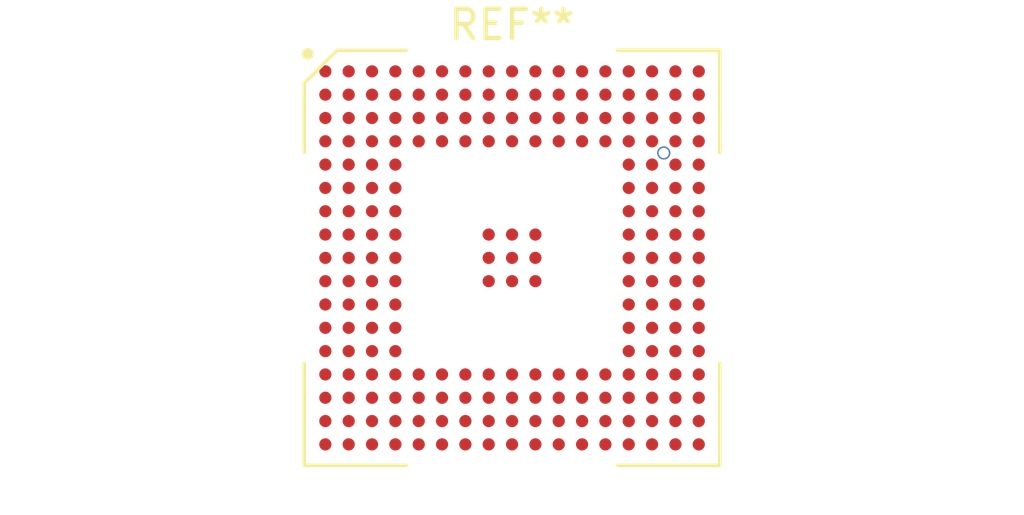
<source format=kicad_pcb>
(kicad_pcb (version 20221018) (generator pcbnew)
  (layers (0 "F.Cu" signal) (1 "In1.Cu" power) (2 "In2.Cu" power) (31 "B.Cu" signal) (34 "B.Paste" user) (35 "F.Paste" user) (36 "B.SilkS" user "B.Silkscreen") (37 "F.SilkS" user "F.Silkscreen") (38 "B.Mask" user) (39 "F.Mask" user) (44 "Edge.Cuts" user))
  (net 0 "")
  (footprint "Z_mycustom_footprint_lib:BGA-217_17x17_14.0x14.0mm (0.8mm pitch)" (layer "F.Cu") (at 114.7 88.375)
    (fp_text reference "REF**" (at 0 -8) (layer "F.SilkS"))
    (fp_text value "BGA-217_17x17_14.0x14.0mm (0.8mm pitch)")
    (fp_line (start -7.12 -6) (end -7.12 -3.62) (stroke (width 0.12)) (layer "F.SilkS"))
    (fp_line (start -7.12 7.12) (end -7.12 3.62) (stroke (width 0.12)) (layer "F.SilkS"))
    (fp_line (start -6 -7.12) (end -7.12 -6) (stroke (width 0.12)) (layer "F.SilkS"))
    (fp_line (start -3.62 -7.12) (end -6 -7.12) (stroke (width 0.12)) (layer "F.SilkS"))
    (fp_line (start -3.62 7.12) (end -7.12 7.12) (stroke (width 0.12)) (layer "F.SilkS"))
    (fp_line (start 3.62 -7.12) (end 7.12 -7.12) (stroke (width 0.12)) (layer "F.SilkS"))
    (fp_line (start 3.62 -7.12) (end 7.12 -7.12) (stroke (width 0.12)) (layer "F.SilkS"))
    (fp_line (start 3.62 -7.12) (end 7.12 -7.12) (stroke (width 0.12)) (layer "F.SilkS"))
    (fp_line (start 3.62 7.12) (end 7.12 7.12) (stroke (width 0.12)) (layer "F.SilkS"))
    (fp_line (start 7.12 -7.12) (end 7.12 -3.62) (stroke (width 0.12)) (layer "F.SilkS"))
    (fp_line (start 7.12 -7.12) (end 7.12 -3.62) (stroke (width 0.12)) (layer "F.SilkS"))
    (fp_line (start 7.12 -7.12) (end 7.12 -3.62) (stroke (width 0.12)) (layer "F.SilkS"))
    (fp_line (start 7.12 7.12) (end 7.12 3.62) (stroke (width 0.12)) (layer "F.SilkS"))
    (fp_circle (center -7 -7) (end -7 -6.9) (stroke (width 0.2)) (fill none) (layer "F.SilkS"))
    (pad "A1" smd circle (at -6.4 -6.4) (size 0.42 0.42) (layers "F.Cu" "F.Paste" "F.Mask"))
    (pad "A2" smd circle (at -5.6 -6.4) (size 0.42 0.42) (layers "F.Cu" "F.Paste" "F.Mask"))
    (pad "A3" smd circle (at -4.8 -6.4) (size 0.42 0.42) (layers "F.Cu" "F.Paste" "F.Mask"))
    (pad "A4" smd circle (at -4 -6.4) (size 0.42 0.42) (layers "F.Cu" "F.Paste" "F.Mask"))
    (pad "A5" smd circle (at -3.2 -6.4) (size 0.42 0.42) (layers "F.Cu" "F.Paste" "F.Mask"))
    (pad "A6" smd circle (at -2.4 -6.4) (size 0.42 0.42) (layers "F.Cu" "F.Paste" "F.Mask"))
    (pad "A7" smd circle (at -1.6 -6.4) (size 0.42 0.42) (layers "F.Cu" "F.Paste" "F.Mask"))
    (pad "A8" smd circle (at -0.8 -6.4) (size 0.42 0.42) (layers "F.Cu" "F.Paste" "F.Mask"))
    (pad "A9" smd circle (at 0 -6.4) (size 0.42 0.42) (layers "F.Cu" "F.Paste" "F.Mask"))
    (pad "A10" smd circle (at 0.8 -6.4) (size 0.42 0.42) (layers "F.Cu" "F.Paste" "F.Mask"))
    (pad "A11" smd circle (at 1.6 -6.4) (size 0.42 0.42) (layers "F.Cu" "F.Paste" "F.Mask"))
    (pad "A12" smd circle (at 2.4 -6.4) (size 0.42 0.42) (layers "F.Cu" "F.Paste" "F.Mask"))
    (pad "A13" smd circle (at 3.2 -6.4) (size 0.42 0.42) (layers "F.Cu" "F.Paste" "F.Mask"))
    (pad "A14" smd circle (at 4 -6.4) (size 0.42 0.42) (layers "F.Cu" "F.Paste" "F.Mask"))
    (pad "A15" smd circle (at 4.8 -6.4) (size 0.42 0.42) (layers "F.Cu" "F.Paste" "F.Mask"))
    (pad "A16" smd circle (at 5.6 -6.4) (size 0.42 0.42) (layers "F.Cu" "F.Paste" "F.Mask"))
    (pad "A17" smd circle (at 6.4 -6.4) (size 0.42 0.42) (layers "F.Cu" "F.Paste" "F.Mask"))
    (pad "B1" smd circle (at -6.4 -5.6) (size 0.42 0.42) (layers "F.Cu" "F.Paste" "F.Mask"))
    (pad "B2" smd circle (at -5.6 -5.6) (size 0.42 0.42) (layers "F.Cu" "F.Paste" "F.Mask"))
    (pad "B3" smd circle (at -4.8 -5.6) (size 0.42 0.42) (layers "F.Cu" "F.Paste" "F.Mask"))
    (pad "B4" smd circle (at -4 -5.6) (size 0.42 0.42) (layers "F.Cu" "F.Paste" "F.Mask"))
    (pad "B5" smd circle (at -3.2 -5.6) (size 0.42 0.42) (layers "F.Cu" "F.Paste" "F.Mask"))
    (pad "B6" smd circle (at -2.4 -5.6) (size 0.42 0.42) (layers "F.Cu" "F.Paste" "F.Mask"))
    (pad "B7" smd circle (at -1.6 -5.6) (size 0.42 0.42) (layers "F.Cu" "F.Paste" "F.Mask"))
    (pad "B8" smd circle (at -0.8 -5.6) (size 0.42 0.42) (layers "F.Cu" "F.Paste" "F.Mask"))
    (pad "B9" smd circle (at 0 -5.6) (size 0.42 0.42) (layers "F.Cu" "F.Paste" "F.Mask"))
    (pad "B10" smd circle (at 0.8 -5.6) (size 0.42 0.42) (layers "F.Cu" "F.Paste" "F.Mask"))
    (pad "B11" smd circle (at 1.6 -5.6) (size 0.42 0.42) (layers "F.Cu" "F.Paste" "F.Mask"))
    (pad "B12" smd circle (at 2.4 -5.6) (size 0.42 0.42) (layers "F.Cu" "F.Paste" "F.Mask"))
    (pad "B13" smd circle (at 3.2 -5.6) (size 0.42 0.42) (layers "F.Cu" "F.Paste" "F.Mask"))
    (pad "B14" smd circle (at 4 -5.6) (size 0.42 0.42) (layers "F.Cu" "F.Paste" "F.Mask"))
    (pad "B15" smd circle (at 4.8 -5.6) (size 0.42 0.42) (layers "F.Cu" "F.Paste" "F.Mask"))
    (pad "B16" smd circle (at 5.6 -5.6) (size 0.42 0.42) (layers "F.Cu" "F.Paste" "F.Mask"))
    (pad "B17" smd circle (at 6.4 -5.6) (size 0.42 0.42) (layers "F.Cu" "F.Paste" "F.Mask"))
    (pad "C1" smd circle (at -6.4 -4.8) (size 0.42 0.42) (layers "F.Cu" "F.Paste" "F.Mask"))
    (pad "C2" smd circle (at -5.6 -4.8) (size 0.42 0.42) (layers "F.Cu" "F.Paste" "F.Mask"))
    (pad "C3" smd circle (at -4.8 -4.8) (size 0.42 0.42) (layers "F.Cu" "F.Paste" "F.Mask"))
    (pad "C4" smd circle (at -4 -4.8) (size 0.42 0.42) (layers "F.Cu" "F.Paste" "F.Mask"))
    (pad "C5" smd circle (at -3.2 -4.8) (size 0.42 0.42) (layers "F.Cu" "F.Paste" "F.Mask"))
    (pad "C6" smd circle (at -2.4 -4.8) (size 0.42 0.42) (layers "F.Cu" "F.Paste" "F.Mask"))
    (pad "C7" smd circle (at -1.6 -4.8) (size 0.42 0.42) (layers "F.Cu" "F.Paste" "F.Mask"))
    (pad "C8" smd circle (at -0.8 -4.8) (size 0.42 0.42) (layers "F.Cu" "F.Paste" "F.Mask"))
    (pad "C9" smd circle (at 0 -4.8) (size 0.42 0.42) (layers "F.Cu" "F.Paste" "F.Mask"))
    (pad "C10" smd circle (at 0.8 -4.8) (size 0.42 0.42) (layers "F.Cu" "F.Paste" "F.Mask"))
    (pad "C11" smd circle (at 1.6 -4.8) (size 0.42 0.42) (layers "F.Cu" "F.Paste" "F.Mask"))
    (pad "C12" smd circle (at 2.4 -4.8) (size 0.42 0.42) (layers "F.Cu" "F.Paste" "F.Mask"))
    (pad "C13" smd circle (at 3.2 -4.8) (size 0.42 0.42) (layers "F.Cu" "F.Paste" "F.Mask"))
    (pad "C14" smd circle (at 4 -4.8) (size 0.42 0.42) (layers "F.Cu" "F.Paste" "F.Mask"))
    (pad "C15" smd circle (at 4.8 -4.8) (size 0.42 0.42) (layers "F.Cu" "F.Paste" "F.Mask"))
    (pad "C16" smd circle (at 5.6 -4.8) (size 0.42 0.42) (layers "F.Cu" "F.Paste" "F.Mask"))
    (pad "C17" smd circle (at 6.4 -4.8) (size 0.42 0.42) (layers "F.Cu" "F.Paste" "F.Mask"))
    (pad "D1" smd circle (at -6.4 -4) (size 0.42 0.42) (layers "F.Cu" "F.Paste" "F.Mask"))
    (pad "D2" smd circle (at -5.6 -4) (size 0.42 0.42) (layers "F.Cu" "F.Paste" "F.Mask"))
    (pad "D3" smd circle (at -4.8 -4) (size 0.42 0.42) (layers "F.Cu" "F.Paste" "F.Mask"))
    (pad "D4" smd circle (at -4 -4) (size 0.42 0.42) (layers "F.Cu" "F.Paste" "F.Mask"))
    (pad "D5" smd circle (at -3.2 -4) (size 0.42 0.42) (layers "F.Cu" "F.Paste" "F.Mask"))
    (pad "D6" smd circle (at -2.4 -4) (size 0.42 0.42) (layers "F.Cu" "F.Paste" "F.Mask"))
    (pad "D7" smd circle (at -1.6 -4) (size 0.42 0.42) (layers "F.Cu" "F.Paste" "F.Mask"))
    (pad "D8" smd circle (at -0.8 -4) (size 0.42 0.42) (layers "F.Cu" "F.Paste" "F.Mask"))
    (pad "D9" smd circle (at 0 -4) (size 0.42 0.42) (layers "F.Cu" "F.Paste" "F.Mask"))
    (pad "D10" smd circle (at 0.8 -4) (size 0.42 0.42) (layers "F.Cu" "F.Paste" "F.Mask"))
    (pad "D11" smd circle (at 1.6 -4) (size 0.42 0.42) (layers "F.Cu" "F.Paste" "F.Mask"))
    (pad "D12" smd circle (at 2.4 -4) (size 0.42 0.42) (layers "F.Cu" "F.Paste" "F.Mask"))
    (pad "D13" smd circle (at 3.2 -4) (size 0.42 0.42) (layers "F.Cu" "F.Paste" "F.Mask"))
    (pad "D14" smd circle (at 4 -4) (size 0.42 0.42) (layers "F.Cu" "F.Paste" "F.Mask"))
    (pad "D15" smd circle (at 4.8 -4) (size 0.42 0.42) (layers "F.Cu" "F.Paste" "F.Mask"))
    (pad "D16" smd circle (at 5.6 -4) (size 0.42 0.42) (layers "F.Cu" "F.Paste" "F.Mask"))
    (pad "D17" smd circle (at 6.4 -4) (size 0.42 0.42) (layers "F.Cu" "F.Paste" "F.Mask"))
    (pad "E1" smd circle (at -6.4 -3.2) (size 0.42 0.42) (layers "F.Cu" "F.Paste" "F.Mask"))
    (pad "E2" smd circle (at -5.6 -3.2) (size 0.42 0.42) (layers "F.Cu" "F.Paste" "F.Mask"))
    (pad "E3" smd circle (at -4.8 -3.2) (size 0.42 0.42) (layers "F.Cu" "F.Paste" "F.Mask"))
    (pad "E4" smd circle (at -4 -3.2) (size 0.42 0.42) (layers "F.Cu" "F.Paste" "F.Mask"))
    (pad "E14" smd circle (at 4 -3.2) (size 0.42 0.42) (layers "F.Cu" "F.Paste" "F.Mask"))
    (pad "E15" smd circle (at 4.8 -3.2) (size 0.42 0.42) (layers "F.Cu" "F.Paste" "F.Mask"))
    (pad "E16" smd circle (at 5.6 -3.2) (size 0.42 0.42) (layers "F.Cu" "F.Paste" "F.Mask"))
    (pad "E17" smd circle (at 6.4 -3.2) (size 0.42 0.42) (layers "F.Cu" "F.Paste" "F.Mask"))
    (pad "F1" smd circle (at -6.4 -2.4) (size 0.42 0.42) (layers "F.Cu" "F.Paste" "F.Mask"))
    (pad "F2" smd circle (at -5.6 -2.4) (size 0.42 0.42) (layers "F.Cu" "F.Paste" "F.Mask"))
    (pad "F3" smd circle (at -4.8 -2.4) (size 0.42 0.42) (layers "F.Cu" "F.Paste" "F.Mask"))
    (pad "F4" smd circle (at -4 -2.4) (size 0.42 0.42) (layers "F.Cu" "F.Paste" "F.Mask"))
    (pad "F14" smd circle (at 4 -2.4) (size 0.42 0.42) (layers "F.Cu" "F.Paste" "F.Mask"))
    (pad "F15" smd circle (at 4.8 -2.4) (size 0.42 0.42) (layers "F.Cu" "F.Paste" "F.Mask"))
    (pad "F16" smd circle (at 5.6 -2.4) (size 0.42 0.42) (layers "F.Cu" "F.Paste" "F.Mask"))
    (pad "F17" smd circle (at 6.4 -2.4) (size 0.42 0.42) (layers "F.Cu" "F.Paste" "F.Mask"))
    (pad "G1" smd circle (at -6.4 -1.6) (size 0.42 0.42) (layers "F.Cu" "F.Paste" "F.Mask"))
    (pad "G2" smd circle (at -5.6 -1.6) (size 0.42 0.42) (layers "F.Cu" "F.Paste" "F.Mask"))
    (pad "G3" smd circle (at -4.8 -1.6) (size 0.42 0.42) (layers "F.Cu" "F.Paste" "F.Mask"))
    (pad "G4" smd circle (at -4 -1.6) (size 0.42 0.42) (layers "F.Cu" "F.Paste" "F.Mask"))
    (pad "G14" smd circle (at 4 -1.6) (size 0.42 0.42) (layers "F.Cu" "F.Paste" "F.Mask"))
    (pad "G15" smd circle (at 4.8 -1.6) (size 0.42 0.42) (layers "F.Cu" "F.Paste" "F.Mask"))
    (pad "G16" smd circle (at 5.6 -1.6) (size 0.42 0.42) (layers "F.Cu" "F.Paste" "F.Mask"))
    (pad "G17" smd circle (at 6.4 -1.6) (size 0.42 0.42) (layers "F.Cu" "F.Paste" "F.Mask"))
    (pad "H1" smd circle (at -6.4 -0.8) (size 0.42 0.42) (layers "F.Cu" "F.Paste" "F.Mask"))
    (pad "H2" smd circle (at -5.6 -0.8) (size 0.42 0.42) (layers "F.Cu" "F.Paste" "F.Mask"))
    (pad "H3" smd circle (at -4.8 -0.8) (size 0.42 0.42) (layers "F.Cu" "F.Paste" "F.Mask"))
    (pad "H4" smd circle (at -4 -0.8) (size 0.42 0.42) (layers "F.Cu" "F.Paste" "F.Mask"))
    (pad "H8" smd circle (at -0.8 -0.8) (size 0.42 0.42) (layers "F.Cu" "F.Paste" "F.Mask"))
    (pad "H9" smd circle (at 0 -0.8) (size 0.42 0.42) (layers "F.Cu" "F.Paste" "F.Mask"))
    (pad "H10" smd circle (at 0.8 -0.8) (size 0.42 0.42) (layers "F.Cu" "F.Paste" "F.Mask"))
    (pad "H14" smd circle (at 4 -0.8) (size 0.42 0.42) (layers "F.Cu" "F.Paste" "F.Mask"))
    (pad "H15" smd circle (at 4.8 -0.8) (size 0.42 0.42) (layers "F.Cu" "F.Paste" "F.Mask"))
    (pad "H16" smd circle (at 5.6 -0.8) (size 0.42 0.42) (layers "F.Cu" "F.Paste" "F.Mask"))
    (pad "H17" smd circle (at 6.4 -0.8) (size 0.42 0.42) (layers "F.Cu" "F.Paste" "F.Mask"))
    (pad "J1" smd circle (at -6.4 0) (size 0.42 0.42) (layers "F.Cu" "F.Paste" "F.Mask"))
    (pad "J2" smd circle (at -5.6 0) (size 0.42 0.42) (layers "F.Cu" "F.Paste" "F.Mask"))
    (pad "J3" smd circle (at -4.8 0) (size 0.42 0.42) (layers "F.Cu" "F.Paste" "F.Mask"))
    (pad "J4" smd circle (at -4 0) (size 0.42 0.42) (layers "F.Cu" "F.Paste" "F.Mask"))
    (pad "J8" smd circle (at -0.8 0) (size 0.42 0.42) (layers "F.Cu" "F.Paste" "F.Mask"))
    (pad "J9" smd circle (at 0 0) (size 0.42 0.42) (layers "F.Cu" "F.Paste" "F.Mask"))
    (pad "J10" smd circle (at 0.8 0) (size 0.42 0.42) (layers "F.Cu" "F.Paste" "F.Mask"))
    (pad "J14" smd circle (at 4 0) (size 0.42 0.42) (layers "F.Cu" "F.Paste" "F.Mask"))
    (pad "J15" smd circle (at 4.8 0) (size 0.42 0.42) (layers "F.Cu" "F.Paste" "F.Mask"))
    (pad "J16" smd circle (at 5.6 0) (size 0.42 0.42) (layers "F.Cu" "F.Paste" "F.Mask"))
    (pad "J17" smd circle (at 6.4 0) (size 0.42 0.42) (layers "F.Cu" "F.Paste" "F.Mask"))
    (pad "K1" smd circle (at -6.4 0.8) (size 0.42 0.42) (layers "F.Cu" "F.Paste" "F.Mask"))
    (pad "K2" smd circle (at -5.6 0.8) (size 0.42 0.42) (layers "F.Cu" "F.Paste" "F.Mask"))
    (pad "K3" smd circle (at -4.8 0.8) (size 0.42 0.42) (layers "F.Cu" "F.Paste" "F.Mask"))
    (pad "K4" smd circle (at -4 0.8) (size 0.42 0.42) (layers "F.Cu" "F.Paste" "F.Mask"))
    (pad "K8" smd circle (at -0.8 0.8) (size 0.42 0.42) (layers "F.Cu" "F.Paste" "F.Mask"))
    (pad "K9" smd circle (at 0 0.8) (size 0.42 0.42) (layers "F.Cu" "F.Paste" "F.Mask"))
    (pad "K10" smd circle (at 0.8 0.8) (size 0.42 0.42) (layers "F.Cu" "F.Paste" "F.Mask"))
    (pad "K14" smd circle (at 4 0.8) (size 0.42 0.42) (layers "F.Cu" "F.Paste" "F.Mask"))
    (pad "K15" smd circle (at 4.8 0.8) (size 0.42 0.42) (layers "F.Cu" "F.Paste" "F.Mask"))
    (pad "K16" smd circle (at 5.6 0.8) (size 0.42 0.42) (layers "F.Cu" "F.Paste" "F.Mask"))
    (pad "K17" smd circle (at 6.4 0.8) (size 0.42 0.42) (layers "F.Cu" "F.Paste" "F.Mask"))
    (pad "L1" smd circle (at -6.4 1.6) (size 0.42 0.42) (layers "F.Cu" "F.Paste" "F.Mask"))
    (pad "L2" smd circle (at -5.6 1.6) (size 0.42 0.42) (layers "F.Cu" "F.Paste" "F.Mask"))
    (pad "L3" smd circle (at -4.8 1.6) (size 0.42 0.42) (layers "F.Cu" "F.Paste" "F.Mask"))
    (pad "L4" smd circle (at -4 1.6) (size 0.42 0.42) (layers "F.Cu" "F.Paste" "F.Mask"))
    (pad "L14" smd circle (at 4 1.6) (size 0.42 0.42) (layers "F.Cu" "F.Paste" "F.Mask"))
    (pad "L15" smd circle (at 4.8 1.6) (size 0.42 0.42) (layers "F.Cu" "F.Paste" "F.Mask"))
    (pad "L16" smd circle (at 5.6 1.6) (size 0.42 0.42) (layers "F.Cu" "F.Paste" "F.Mask"))
    (pad "L17" smd circle (at 6.4 1.6) (size 0.42 0.42) (layers "F.Cu" "F.Paste" "F.Mask"))
    (pad "M1" smd circle (at -6.4 2.4) (size 0.42 0.42) (layers "F.Cu" "F.Paste" "F.Mask"))
    (pad "M2" smd circle (at -5.6 2.4) (size 0.42 0.42) (layers "F.Cu" "F.Paste" "F.Mask"))
    (pad "M3" smd circle (at -4.8 2.4) (size 0.42 0.42) (layers "F.Cu" "F.Paste" "F.Mask"))
    (pad "M4" smd circle (at -4 2.4) (size 0.42 0.42) (layers "F.Cu" "F.Paste" "F.Mask"))
    (pad "M14" smd circle (at 4 2.4) (size 0.42 0.42) (layers "F.Cu" "F.Paste" "F.Mask"))
    (pad "M15" smd circle (at 4.8 2.4) (size 0.42 0.42) (layers "F.Cu" "F.Paste" "F.Mask"))
    (pad "M16" smd circle (at 5.6 2.4) (size 0.42 0.42) (layers "F.Cu" "F.Paste" "F.Mask"))
    (pad "M17" smd circle (at 6.4 2.4) (size 0.42 0.42) (layers "F.Cu" "F.Paste" "F.Mask"))
    (pad "N1" smd circle (at -6.4 3.2) (size 0.42 0.42) (layers "F.Cu" "F.Paste" "F.Mask"))
    (pad "N2" smd circle (at -5.6 3.2) (size 0.42 0.42) (layers "F.Cu" "F.Paste" "F.Mask"))
    (pad "N3" smd circle (at -4.8 3.2) (size 0.42 0.42) (layers "F.Cu" "F.Paste" "F.Mask"))
    (pad "N4" smd circle (at -4 3.2) (size 0.42 0.42) (layers "F.Cu" "F.Paste" "F.Mask"))
    (pad "N14" smd circle (at 4 3.2) (size 0.42 0.42) (layers "F.Cu" "F.Paste" "F.Mask"))
    (pad "N15" smd circle (at 4.8 3.2) (size 0.42 0.42) (layers "F.Cu" "F.Paste" "F.Mask"))
    (pad "N16" smd circle (at 5.6 3.2) (size 0.42 0.42) (layers "F.Cu" "F.Paste" "F.Mask"))
    (pad "N17" smd circle (at 6.4 3.2) (size 0.42 0.42) (layers "F.Cu" "F.Paste" "F.Mask"))
    (pad "P1" smd circle (at -6.4 4) (size 0.42 0.42) (layers "F.Cu" "F.Paste" "F.Mask"))
    (pad "P2" smd circle (at -5.6 4) (size 0.42 0.42) (layers "F.Cu" "F.Paste" "F.Mask"))
    (pad "P3" smd circle (at -4.8 4) (size 0.42 0.42) (layers "F.Cu" "F.Paste" "F.Mask"))
    (pad "P4" smd circle (at -4 4) (size 0.42 0.42) (layers "F.Cu" "F.Paste" "F.Mask"))
    (pad "P5" smd circle (at -3.2 4) (size 0.42 0.42) (layers "F.Cu" "F.Paste" "F.Mask"))
    (pad "P6" smd circle (at -2.4 4) (size 0.42 0.42) (layers "F.Cu" "F.Paste" "F.Mask"))
    (pad "P7" smd circle (at -1.6 4) (size 0.42 0.42) (layers "F.Cu" "F.Paste" "F.Mask"))
    (pad "P8" smd circle (at -0.8 4) (size 0.42 0.42) (layers "F.Cu" "F.Paste" "F.Mask"))
    (pad "P9" smd circle (at 0 4) (size 0.42 0.42) (layers "F.Cu" "F.Paste" "F.Mask"))
    (pad "P10" smd circle (at 0.8 4) (size 0.42 0.42) (layers "F.Cu" "F.Paste" "F.Mask"))
    (pad "P11" smd circle (at 1.6 4) (size 0.42 0.42) (layers "F.Cu" "F.Paste" "F.Mask"))
    (pad "P12" smd circle (at 2.4 4) (size 0.42 0.42) (layers "F.Cu" "F.Paste" "F.Mask"))
    (pad "P13" smd circle (at 3.2 4) (size 0.42 0.42) (layers "F.Cu" "F.Paste" "F.Mask"))
    (pad "P14" smd circle (at 4 4) (size 0.42 0.42) (layers "F.Cu" "F.Paste" "F.Mask"))
    (pad "P15" smd circle (at 4.8 4) (size 0.42 0.42) (layers "F.Cu" "F.Paste" "F.Mask"))
    (pad "P16" smd circle (at 5.6 4) (size 0.42 0.42) (layers "F.Cu" "F.Paste" "F.Mask"))
    (pad "P17" smd circle (at 6.4 4) (size 0.42 0.42) (layers "F.Cu" "F.Paste" "F.Mask"))
    (pad "R1" smd circle (at -6.4 4.8) (size 0.42 0.42) (layers "F.Cu" "F.Paste" "F.Mask"))
    (pad "R2" smd circle (at -5.6 4.8) (size 0.42 0.42) (layers "F.Cu" "F.Paste" "F.Mask"))
    (pad "R3" smd circle (at -4.8 4.8) (size 0.42 0.42) (layers "F.Cu" "F.Paste" "F.Mask"))
    (pad "R4" smd circle (at -4 4.8) (size 0.42 0.42) (layers "F.Cu" "F.Paste" "F.Mask"))
    (pad "R5" smd circle (at -3.2 4.8) (size 0.42 0.42) (layers "F.Cu" "F.Paste" "F.Mask"))
    (pad "R6" smd circle (at -2.4 4.8) (size 0.42 0.42) (layers "F.Cu" "F.Paste" "F.Mask"))
    (pad "R7" smd circle (at -1.6 4.8) (size 0.42 0.42) (layers "F.Cu" "F.Paste" "F.Mask"))
    (pad "R8" smd circle (at -0.8 4.8) (size 0.42 0.42) (layers "F.Cu" "F.Paste" "F.Mask"))
    (pad "R9" smd circle (at 0 4.8) (size 0.42 0.42) (layers "F.Cu" "F.Paste" "F.Mask"))
    (pad "R10" smd circle (at 0.8 4.8) (size 0.42 0.42) (layers "F.Cu" "F.Paste" "F.Mask"))
    (pad "R11" smd circle (at 1.6 4.8) (size 0.42 0.42) (layers "F.Cu" "F.Paste" "F.Mask"))
    (pad "R12" smd circle (at 2.4 4.8) (size 0.42 0.42) (layers "F.Cu" "F.Paste" "F.Mask"))
    (pad "R13" smd circle (at 3.2 4.8) (size 0.42 0.42) (layers "F.Cu" "F.Paste" "F.Mask"))
    (pad "R14" smd circle (at 4 4.8) (size 0.42 0.42) (layers "F.Cu" "F.Paste" "F.Mask"))
    (pad "R15" smd circle (at 4.8 4.8) (size 0.42 0.42) (layers "F.Cu" "F.Paste" "F.Mask"))
    (pad "R16" smd circle (at 5.6 4.8) (size 0.42 0.42) (layers "F.Cu" "F.Paste" "F.Mask"))
    (pad "R17" smd circle (at 6.4 4.8) (size 0.42 0.42) (layers "F.Cu" "F.Paste" "F.Mask"))
    (pad "T1" smd circle (at -6.4 5.6) (size 0.42 0.42) (layers "F.Cu" "F.Paste" "F.Mask"))
    (pad "T2" smd circle (at -5.6 5.6) (size 0.42 0.42) (layers "F.Cu" "F.Paste" "F.Mask"))
    (pad "T3" smd circle (at -4.8 5.6) (size 0.42 0.42) (layers "F.Cu" "F.Paste" "F.Mask"))
    (pad "T4" smd circle (at -4 5.6) (size 0.42 0.42) (layers "F.Cu" "F.Paste" "F.Mask"))
    (pad "T5" smd circle (at -3.2 5.6) (size 0.42 0.42) (layers "F.Cu" "F.Paste" "F.Mask"))
    (pad "T6" smd circle (at -2.4 5.6) (size 0.42 0.42) (layers "F.Cu" "F.Paste" "F.Mask"))
    (pad "T7" smd circle (at -1.6 5.6) (size 0.42 0.42) (layers "F.Cu" "F.Paste" "F.Mask"))
    (pad "T8" smd circle (at -0.8 5.6) (size 0.42 0.42) (layers "F.Cu" "F.Paste" "F.Mask"))
    (pad "T9" smd circle (at 0 5.6) (size 0.42 0.42) (layers "F.Cu" "F.Paste" "F.Mask"))
    (pad "T10" smd circle (at 0.8 5.6) (size 0.42 0.42) (layers "F.Cu" "F.Paste" "F.Mask"))
    (pad "T11" smd circle (at 1.6 5.6) (size 0.42 0.42) (layers "F.Cu" "F.Paste" "F.Mask"))
    (pad "T12" smd circle (at 2.4 5.6) (size 0.42 0.42) (layers "F.Cu" "F.Paste" "F.Mask"))
    (pad "T13" smd circle (at 3.2 5.6) (size 0.42 0.42) (layers "F.Cu" "F.Paste" "F.Mask"))
    (pad "T14" smd circle (at 4 5.6) (size 0.42 0.42) (layers "F.Cu" "F.Paste" "F.Mask"))
    (pad "T15" smd circle (at 4.8 5.6) (size 0.42 0.42) (layers "F.Cu" "F.Paste" "F.Mask"))
    (pad "T16" smd circle (at 5.6 5.6) (size 0.42 0.42) (layers "F.Cu" "F.Paste" "F.Mask"))
    (pad "T17" smd circle (at 6.4 5.6) (size 0.42 0.42) (layers "F.Cu" "F.Paste" "F.Mask"))
    (pad "U1" smd circle (at -6.4 6.4) (size 0.42 0.42) (layers "F.Cu" "F.Paste" "F.Mask"))
    (pad "U2" smd circle (at -5.6 6.4) (size 0.42 0.42) (layers "F.Cu" "F.Paste" "F.Mask"))
    (pad "U3" smd circle (at -4.8 6.4) (size 0.42 0.42) (layers "F.Cu" "F.Paste" "F.Mask"))
    (pad "U4" smd circle (at -4 6.4) (size 0.42 0.42) (layers "F.Cu" "F.Paste" "F.Mask"))
    (pad "U5" smd circle (at -3.2 6.4) (size 0.42 0.42) (layers "F.Cu" "F.Paste" "F.Mask"))
    (pad "U6" smd circle (at -2.4 6.4) (size 0.42 0.42) (layers "F.Cu" "F.Paste" "F.Mask"))
    (pad "U7" smd circle (at -1.6 6.4) (size 0.42 0.42) (layers "F.Cu" "F.Paste" "F.Mask"))
    (pad "U8" smd circle (at -0.8 6.4) (size 0.42 0.42) (layers "F.Cu" "F.Paste" "F.Mask"))
    (pad "U9" smd circle (at 0 6.4) (size 0.42 0.42) (layers "F.Cu" "F.Paste" "F.Mask"))
    (pad "U10" smd circle (at 0.8 6.4) (size 0.42 0.42) (layers "F.Cu" "F.Paste" "F.Mask"))
    (pad "U11" smd circle (at 1.6 6.4) (size 0.42 0.42) (layers "F.Cu" "F.Paste" "F.Mask"))
    (pad "U12" smd circle (at 2.4 6.4) (size 0.42 0.42) (layers "F.Cu" "F.Paste" "F.Mask"))
    (pad "U13" smd circle (at 3.2 6.4) (size 0.42 0.42) (layers "F.Cu" "F.Paste" "F.Mask"))
    (pad "U14" smd circle (at 4 6.4) (size 0.42 0.42) (layers "F.Cu" "F.Paste" "F.Mask"))
    (pad "U15" smd circle (at 4.8 6.4) (size 0.42 0.42) (layers "F.Cu" "F.Paste" "F.Mask"))
    (pad "U16" smd circle (at 5.6 6.4) (size 0.42 0.42) (layers "F.Cu" "F.Paste" "F.Mask"))
    (pad "U17" smd circle (at 6.4 6.4) (size 0.42 0.42) (layers "F.Cu" "F.Paste" "F.Mask"))
  )
  (via (at 119.9 84.775) (size 0.45) (drill 0.35) (layers "F.Cu" "B.Cu") (net 0))
)
</source>
